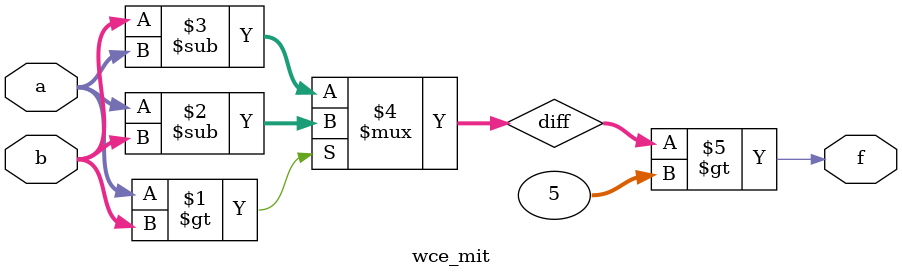
<source format=v>
module wce_mit(a, b, f);
parameter _bit = 9;
parameter wce = 5;
input [_bit - 1: 0] a;
input [_bit - 1: 0] b;
output f;
wire [_bit - 1: 0] diff;
assign diff = (a > b)? (a - b): (b - a);
assign f = (diff > wce);
endmodule

</source>
